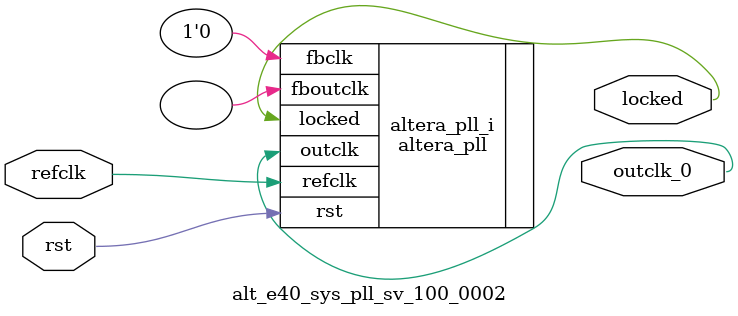
<source format=v>
`timescale 1ns/10ps
module  alt_e40_sys_pll_sv_100_0002(

	// interface 'refclk'
	input wire refclk,

	// interface 'reset'
	input wire rst,

	// interface 'outclk0'
	output wire outclk_0,

	// interface 'locked'
	output wire locked
);

	altera_pll #(
		.fractional_vco_multiplier("false"),
		.reference_clock_frequency("50.0 MHz"),
		.operation_mode("normal"),
		.number_of_clocks(1),
		.output_clock_frequency0("100.0 MHz"),
		.phase_shift0("0 ps"),
		.duty_cycle0(50),
		.output_clock_frequency1("0 MHz"),
		.phase_shift1("0 ps"),
		.duty_cycle1(50),
		.output_clock_frequency2("0 MHz"),
		.phase_shift2("0 ps"),
		.duty_cycle2(50),
		.output_clock_frequency3("0 MHz"),
		.phase_shift3("0 ps"),
		.duty_cycle3(50),
		.output_clock_frequency4("0 MHz"),
		.phase_shift4("0 ps"),
		.duty_cycle4(50),
		.output_clock_frequency5("0 MHz"),
		.phase_shift5("0 ps"),
		.duty_cycle5(50),
		.output_clock_frequency6("0 MHz"),
		.phase_shift6("0 ps"),
		.duty_cycle6(50),
		.output_clock_frequency7("0 MHz"),
		.phase_shift7("0 ps"),
		.duty_cycle7(50),
		.output_clock_frequency8("0 MHz"),
		.phase_shift8("0 ps"),
		.duty_cycle8(50),
		.output_clock_frequency9("0 MHz"),
		.phase_shift9("0 ps"),
		.duty_cycle9(50),
		.output_clock_frequency10("0 MHz"),
		.phase_shift10("0 ps"),
		.duty_cycle10(50),
		.output_clock_frequency11("0 MHz"),
		.phase_shift11("0 ps"),
		.duty_cycle11(50),
		.output_clock_frequency12("0 MHz"),
		.phase_shift12("0 ps"),
		.duty_cycle12(50),
		.output_clock_frequency13("0 MHz"),
		.phase_shift13("0 ps"),
		.duty_cycle13(50),
		.output_clock_frequency14("0 MHz"),
		.phase_shift14("0 ps"),
		.duty_cycle14(50),
		.output_clock_frequency15("0 MHz"),
		.phase_shift15("0 ps"),
		.duty_cycle15(50),
		.output_clock_frequency16("0 MHz"),
		.phase_shift16("0 ps"),
		.duty_cycle16(50),
		.output_clock_frequency17("0 MHz"),
		.phase_shift17("0 ps"),
		.duty_cycle17(50),
		.pll_type("General"),
		.pll_subtype("General")
	) altera_pll_i (
		.outclk	({outclk_0}),
		.locked	(locked),
		.fboutclk	( ),
		.fbclk	(1'b0),
		.rst	(rst),
		.refclk	(refclk)
	);
endmodule


</source>
